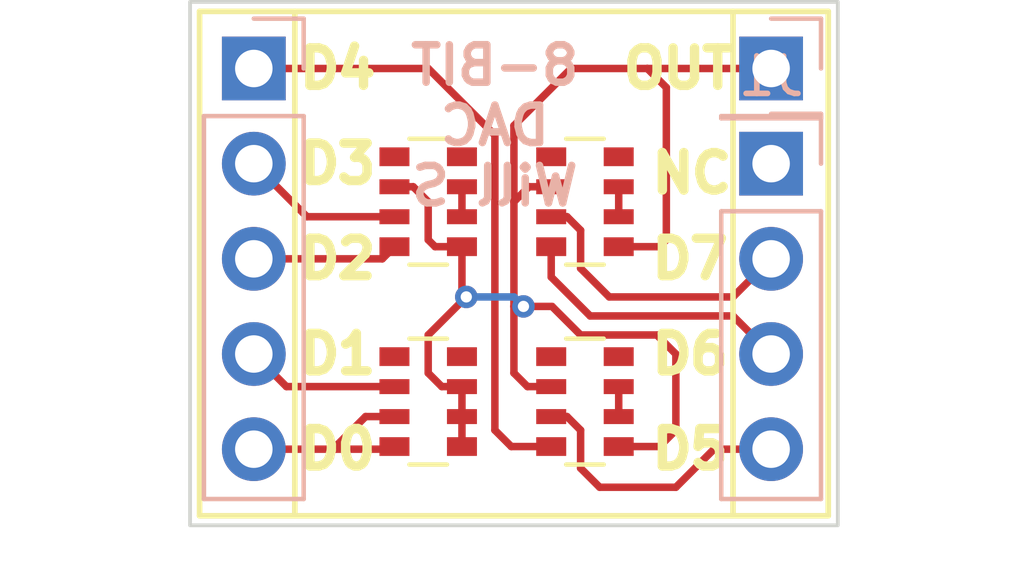
<source format=kicad_pcb>
(kicad_pcb (version 20211014) (generator pcbnew)
  (layers (0 "F.Cu" signal) (31 "B.Cu" signal) (34 "B.Paste" user) (35 "F.Paste" user) (36 "B.SilkS" user "B.Silkscreen") (37 "F.SilkS" user "F.Silkscreen") (38 "B.Mask" user) (39 "F.Mask" user) (44 "Edge.Cuts" user))
  (net 0 "")
  (net 2 "/D7")
  (net 3 "/D6")
  (net 4 "/D5")
  (net 5 "/D4")
  (net 6 "/D3")
  (net 7 "/D2")
  (net 8 "/D1")
  (net 9 "/D0")
  (net 10 "/AN")
  (net 11 "Net-(RN1-Pad2)")
  (net 14 "Net-(RN2-Pad2)")
  (net 17 "Net-(RN3-Pad2)")
  (footprint "Resistor_SMD:R_Array_Convex_4x0603" (layer "F.Cu") (at 137.784 103.886 180)
    (fp_text reference "RN2" hide)
    (fp_text value "8K")
    (fp_line (start 0.5 -1.68) (end -0.5 -1.68) (layer "F.SilkS") (width 0.12))
    (fp_line (start 0.5 1.68) (end -0.5 1.68) (layer "F.SilkS") (width 0.12))
    (pad "1" smd rect (at -0.9 -1.2 180) (size 0.8 0.5) (layers "F.Cu" "F.Paste" "F.Mask") (net 10 "/AN"))
    (pad "2" smd rect (at -0.9 -0.4 180) (size 0.8 0.4) (layers "F.Cu" "F.Paste" "F.Mask") (net 14 "Net-(RN2-Pad2)"))
    (pad "3" smd rect (at -0.9 0.4 180) (size 0.8 0.4) (layers "F.Cu" "F.Paste" "F.Mask") (net 14 "Net-(RN2-Pad2)"))
    (pad "4" smd rect (at -0.9 1.2 180) (size 0.8 0.5) (layers "F.Cu" "F.Paste" "F.Mask"))
    (pad "5" smd rect (at 0.9 1.2 180) (size 0.8 0.5) (layers "F.Cu" "F.Paste" "F.Mask"))
    (pad "6" smd rect (at 0.9 0.4 180) (size 0.8 0.4) (layers "F.Cu" "F.Paste" "F.Mask") (net 10 "/AN"))
    (pad "7" smd rect (at 0.9 -0.4 180) (size 0.8 0.4) (layers "F.Cu" "F.Paste" "F.Mask") (net 4 "/D5"))
    (pad "8" smd rect (at 0.9 -1.2 180) (size 0.8 0.5) (layers "F.Cu" "F.Paste" "F.Mask") (net 5 "/D4"))
  )
  (footprint "Resistor_SMD:R_Array_Convex_4x0603" (layer "F.Cu") (at 133.604 103.886 180)
    (fp_text reference "RN4" hide)
    (fp_text value "1K")
    (fp_line (start 0.5 1.68) (end -0.5 1.68) (layer "F.SilkS") (width 0.12))
    (fp_line (start 0.5 -1.68) (end -0.5 -1.68) (layer "F.SilkS") (width 0.12))
    (pad "1" smd rect (at -0.9 -1.2 180) (size 0.8 0.5) (layers "F.Cu" "F.Paste" "F.Mask") (net 10 "/AN"))
    (pad "2" smd rect (at -0.9 -0.4 180) (size 0.8 0.4) (layers "F.Cu" "F.Paste" "F.Mask") (net 10 "/AN"))
    (pad "3" smd rect (at -0.9 0.4 180) (size 0.8 0.4) (layers "F.Cu" "F.Paste" "F.Mask") (net 10 "/AN"))
    (pad "4" smd rect (at -0.9 1.2 180) (size 0.8 0.5) (layers "F.Cu" "F.Paste" "F.Mask"))
    (pad "5" smd rect (at 0.9 1.2 180) (size 0.8 0.5) (layers "F.Cu" "F.Paste" "F.Mask"))
    (pad "6" smd rect (at 0.9 0.4 180) (size 0.8 0.4) (layers "F.Cu" "F.Paste" "F.Mask") (net 8 "/D1"))
    (pad "7" smd rect (at 0.9 -0.4 180) (size 0.8 0.4) (layers "F.Cu" "F.Paste" "F.Mask") (net 9 "/D0"))
    (pad "8" smd rect (at 0.9 -1.2 180) (size 0.8 0.5) (layers "F.Cu" "F.Paste" "F.Mask") (net 9 "/D0"))
  )
  (footprint "Resistor_SMD:R_Array_Convex_4x0603" (layer "F.Cu") (at 133.604 98.552 180)
    (fp_text reference "RN3" hide)
    (fp_text value "2K")
    (fp_line (start 0.5 1.68) (end -0.5 1.68) (layer "F.SilkS") (width 0.12))
    (fp_line (start 0.5 -1.68) (end -0.5 -1.68) (layer "F.SilkS") (width 0.12))
    (pad "1" smd rect (at -0.9 -1.2 180) (size 0.8 0.5) (layers "F.Cu" "F.Paste" "F.Mask") (net 10 "/AN"))
    (pad "2" smd rect (at -0.9 -0.4 180) (size 0.8 0.4) (layers "F.Cu" "F.Paste" "F.Mask") (net 17 "Net-(RN3-Pad2)"))
    (pad "3" smd rect (at -0.9 0.4 180) (size 0.8 0.4) (layers "F.Cu" "F.Paste" "F.Mask") (net 17 "Net-(RN3-Pad2)"))
    (pad "4" smd rect (at -0.9 1.2 180) (size 0.8 0.5) (layers "F.Cu" "F.Paste" "F.Mask"))
    (pad "5" smd rect (at 0.9 1.2 180) (size 0.8 0.5) (layers "F.Cu" "F.Paste" "F.Mask"))
    (pad "6" smd rect (at 0.9 0.4 180) (size 0.8 0.4) (layers "F.Cu" "F.Paste" "F.Mask") (net 10 "/AN"))
    (pad "7" smd rect (at 0.9 -0.4 180) (size 0.8 0.4) (layers "F.Cu" "F.Paste" "F.Mask") (net 6 "/D3"))
    (pad "8" smd rect (at 0.9 -1.2 180) (size 0.8 0.5) (layers "F.Cu" "F.Paste" "F.Mask") (net 7 "/D2"))
  )
  (footprint "Resistor_SMD:R_Array_Convex_4x0603" (layer "F.Cu") (at 137.784 98.552 180)
    (fp_text reference "RN1" hide)
    (fp_text value "32K")
    (fp_line (start 0.5 -1.68) (end -0.5 -1.68) (layer "F.SilkS") (width 0.12))
    (fp_line (start 0.5 1.68) (end -0.5 1.68) (layer "F.SilkS") (width 0.12))
    (pad "1" smd rect (at -0.9 -1.2 180) (size 0.8 0.5) (layers "F.Cu" "F.Paste" "F.Mask") (net 10 "/AN"))
    (pad "2" smd rect (at -0.9 -0.4 180) (size 0.8 0.4) (layers "F.Cu" "F.Paste" "F.Mask") (net 11 "Net-(RN1-Pad2)"))
    (pad "3" smd rect (at -0.9 0.4 180) (size 0.8 0.4) (layers "F.Cu" "F.Paste" "F.Mask") (net 11 "Net-(RN1-Pad2)"))
    (pad "4" smd rect (at -0.9 1.2 180) (size 0.8 0.5) (layers "F.Cu" "F.Paste" "F.Mask"))
    (pad "5" smd rect (at 0.9 1.2 180) (size 0.8 0.5) (layers "F.Cu" "F.Paste" "F.Mask"))
    (pad "6" smd rect (at 0.9 0.4 180) (size 0.8 0.4) (layers "F.Cu" "F.Paste" "F.Mask") (net 10 "/AN"))
    (pad "7" smd rect (at 0.9 -0.4 180) (size 0.8 0.4) (layers "F.Cu" "F.Paste" "F.Mask") (net 2 "/D7"))
    (pad "8" smd rect (at 0.9 -1.2 180) (size 0.8 0.5) (layers "F.Cu" "F.Paste" "F.Mask") (net 3 "/D6"))
  )
  (footprint "Connector_PinHeader_2.54mm:PinHeader_1x05_P2.54mm_Vertical" (layer "B.Cu") (at 128.954 94.996 180)
    (fp_text reference "J2" hide)
    (fp_text value "Conn_01x05_Male")
    (fp_line (start -1.33 1.33) (end 0 1.33) (layer "B.SilkS") (width 0.12))
    (fp_line (start -1.33 0) (end -1.33 1.33) (layer "B.SilkS") (width 0.12))
    (fp_line (start 1.33 -1.27) (end 1.33 -11.49) (layer "B.SilkS") (width 0.12))
    (fp_line (start -1.33 -11.49) (end 1.33 -11.49) (layer "B.SilkS") (width 0.12))
    (fp_line (start -1.33 -1.27) (end 1.33 -1.27) (layer "B.SilkS") (width 0.12))
    (fp_line (start -1.33 -1.27) (end -1.33 -11.49) (layer "B.SilkS") (width 0.12))
    (pad "1" thru_hole rect (at 0 0 180) (size 1.7 1.7) (drill 1) (layers *.Cu *.Mask) (net 5 "/D4"))
    (pad "2" thru_hole oval (at 0 -2.54 180) (size 1.7 1.7) (drill 1) (layers *.Cu *.Mask) (net 6 "/D3"))
    (pad "3" thru_hole oval (at 0 -5.08 180) (size 1.7 1.7) (drill 1) (layers *.Cu *.Mask) (net 7 "/D2"))
    (pad "4" thru_hole oval (at 0 -7.62 180) (size 1.7 1.7) (drill 1) (layers *.Cu *.Mask) (net 8 "/D1"))
    (pad "5" thru_hole oval (at 0 -10.16 180) (size 1.7 1.7) (drill 1) (layers *.Cu *.Mask) (net 9 "/D0"))
  )
  (footprint "Connector_PinHeader_2.54mm:PinHeader_1x01_P2.54mm_Vertical" (layer "B.Cu") (at 142.748 94.996 180)
    (fp_text reference "J3" hide)
    (fp_text value "Conn_01x01_Male")
    (fp_line (start -1.33 -1.27) (end 1.33 -1.27) (layer "B.SilkS") (width 0.12))
    (fp_line (start -1.33 1.33) (end 0 1.33) (layer "B.SilkS") (width 0.12))
    (fp_line (start 1.33 -1.27) (end 1.33 -1.33) (layer "B.SilkS") (width 0.12))
    (fp_line (start -1.33 0) (end -1.33 1.33) (layer "B.SilkS") (width 0.12))
    (fp_line (start -1.33 -1.33) (end 1.33 -1.33) (layer "B.SilkS") (width 0.12))
    (fp_line (start -1.33 -1.27) (end -1.33 -1.33) (layer "B.SilkS") (width 0.12))
    (pad "1" thru_hole rect (at 0 0 180) (size 1.7 1.7) (drill 1) (layers *.Cu *.Mask) (net 10 "/AN"))
  )
  (footprint "Connector_PinHeader_2.54mm:PinHeader_1x04_P2.54mm_Vertical" (layer "B.Cu") (at 142.748 97.536 180)
    (fp_text reference "J1" (at 0 2.33) (layer "B.SilkS") (effects (justify mirror)))
    (fp_text value "Conn_01x04_Male")
    (fp_line (start -1.33 -1.27) (end 1.33 -1.27) (layer "B.SilkS") (width 0.12))
    (fp_line (start -1.33 -8.95) (end 1.33 -8.95) (layer "B.SilkS") (width 0.12))
    (fp_line (start 1.33 -1.27) (end 1.33 -8.95) (layer "B.SilkS") (width 0.12))
    (fp_line (start -1.33 -1.27) (end -1.33 -8.95) (layer "B.SilkS") (width 0.12))
    (fp_line (start -1.33 1.33) (end 0 1.33) (layer "B.SilkS") (width 0.12))
    (fp_line (start -1.33 0) (end -1.33 1.33) (layer "B.SilkS") (width 0.12))
    (pad "1" thru_hole rect (at 0 0 180) (size 1.7 1.7) (drill 1) (layers *.Cu *.Mask))
    (pad "2" thru_hole oval (at 0 -2.54 180) (size 1.7 1.7) (drill 1) (layers *.Cu *.Mask) (net 2 "/D7"))
    (pad "3" thru_hole oval (at 0 -5.08 180) (size 1.7 1.7) (drill 1) (layers *.Cu *.Mask) (net 3 "/D6"))
    (pad "4" thru_hole oval (at 0 -7.62 180) (size 1.7 1.7) (drill 1) (layers *.Cu *.Mask) (net 4 "/D5"))
  )
  (gr_line (start 130.048 106.934) (end 130.048 93.472) (layer "F.SilkS") (width 0.15))
  (gr_line (start 127.508 93.472) (end 144.272 93.472) (layer "F.SilkS") (width 0.15))
  (gr_line (start 144.272 106.934) (end 127.508 106.934) (layer "F.SilkS") (width 0.15))
  (gr_line (start 127.508 106.934) (end 127.508 93.472) (layer "F.SilkS") (width 0.15))
  (gr_line (start 144.272 93.472) (end 144.272 106.934) (layer "F.SilkS") (width 0.15))
  (gr_line (start 141.732 106.934) (end 141.732 93.472) (layer "F.SilkS") (width 0.15))
  (gr_rect (start 127.254 93.218) (end 144.526 107.188) (layer "Edge.Cuts") (width 0.1) (fill none))
  (gr_text "8-BIT\nDAC\nWill S" (at 135.382 96.52) (layer "B.SilkS") (effects (font (size 1 1) (thickness 0.2)) (justify mirror)))
  (gr_text "D1" (at 130.048 102.616) (layer "F.SilkS") (effects (font (size 1 1) (thickness 0.25)) (justify left)))
  (gr_text "D6" (at 139.446 102.616) (layer "F.SilkS") (effects (font (size 1 1) (thickness 0.25)) (justify left)))
  (gr_text "D7" (at 139.446 100.076) (layer "F.SilkS") (effects (font (size 1 1) (thickness 0.25)) (justify left)))
  (gr_text "D5" (at 139.446 105.156) (layer "F.SilkS") (effects (font (size 1 1) (thickness 0.25)) (justify left)))
  (gr_text "D4" (at 130.048 94.996) (layer "F.SilkS") (effects (font (size 1 1) (thickness 0.25)) (justify left)))
  (gr_text "D0" (at 130.048 105.156) (layer "F.SilkS") (effects (font (size 1 1) (thickness 0.25)) (justify left)))
  (gr_text "D3" (at 130.048 97.536) (layer "F.SilkS") (effects (font (size 1 1) (thickness 0.25)) (justify left)))
  (gr_text "OUT" (at 138.684 94.996) (layer "F.SilkS") (effects (font (size 1 1) (thickness 0.25)) (justify left)))
  (gr_text "D2" (at 130.048 100.076) (layer "F.SilkS") (effects (font (size 1 1) (thickness 0.25)) (justify left)))
  (gr_text "NC" (at 139.446 97.79) (layer "F.SilkS") (effects (font (size 1 1) (thickness 0.25)) (justify left)))
  (segment (start 137.668 99.314) (end 137.306 98.952) (width 0.2) (layer "F.Cu") (net 2))
  (segment (start 142.748 100.076) (end 141.732 101.092) (width 0.2) (layer "F.Cu") (net 2))
  (segment (start 141.732 101.092) (end 138.43 101.092) (width 0.2) (layer "F.Cu") (net 2))
  (segment (start 138.43 101.092) (end 137.668 100.33) (width 0.2) (layer "F.Cu") (net 2))
  (segment (start 137.306 98.952) (end 136.884 98.952) (width 0.2) (layer "F.Cu") (net 2))
  (segment (start 137.668 100.33) (end 137.668 99.314) (width 0.2) (layer "F.Cu") (net 2))
  (segment (start 136.884 99.752) (end 136.884 100.562) (width 0.2) (layer "F.Cu") (net 3))
  (segment (start 141.732 101.6) (end 142.748 102.616) (width 0.2) (layer "F.Cu") (net 3))
  (segment (start 137.922 101.6) (end 141.732 101.6) (width 0.2) (layer "F.Cu") (net 3))
  (segment (start 136.884 100.562) (end 137.922 101.6) (width 0.2) (layer "F.Cu") (net 3))
  (segment (start 140.208 106.172) (end 138.176 106.172) (width 0.2) (layer "F.Cu") (net 4))
  (segment (start 137.668 105.664) (end 137.668 104.648) (width 0.2) (layer "F.Cu") (net 4))
  (segment (start 142.748 105.156) (end 141.224 105.156) (width 0.2) (layer "F.Cu") (net 4))
  (segment (start 138.176 106.172) (end 137.668 105.664) (width 0.2) (layer "F.Cu") (net 4))
  (segment (start 141.224 105.156) (end 140.208 106.172) (width 0.2) (layer "F.Cu") (net 4))
  (segment (start 137.306 104.286) (end 136.884 104.286) (width 0.2) (layer "F.Cu") (net 4))
  (segment (start 137.668 104.648) (end 137.306 104.286) (width 0.2) (layer "F.Cu") (net 4))
  (segment (start 135.382 104.648) (end 135.382 96.774) (width 0.2) (layer "F.Cu") (net 5))
  (segment (start 136.884 105.086) (end 135.82 105.086) (width 0.2) (layer "F.Cu") (net 5))
  (segment (start 135.382 96.774) (end 133.604 94.996) (width 0.2) (layer "F.Cu") (net 5))
  (segment (start 133.604 94.996) (end 128.954 94.996) (width 0.2) (layer "F.Cu") (net 5))
  (segment (start 135.82 105.086) (end 135.382 104.648) (width 0.2) (layer "F.Cu") (net 5))
  (segment (start 130.37 98.952) (end 132.704 98.952) (width 0.2) (layer "F.Cu") (net 6))
  (segment (start 128.954 97.536) (end 130.37 98.952) (width 0.2) (layer "F.Cu") (net 6))
  (segment (start 128.954 100.076) (end 132.38 100.076) (width 0.2) (layer "F.Cu") (net 7))
  (segment (start 132.38 100.076) (end 132.704 99.752) (width 0.2) (layer "F.Cu") (net 7))
  (segment (start 132.45 103.486) (end 129.824 103.486) (width 0.2) (layer "F.Cu") (net 8))
  (segment (start 129.824 103.486) (end 128.954 102.616) (width 0.2) (layer "F.Cu") (net 8))
  (segment (start 128.954 105.156) (end 131.064 105.156) (width 0.2) (layer "F.Cu") (net 9))
  (segment (start 132.634 105.156) (end 132.704 105.086) (width 0.2) (layer "F.Cu") (net 9))
  (segment (start 132.704 104.286) (end 131.934 104.286) (width 0.2) (layer "F.Cu") (net 9))
  (segment (start 131.064 105.156) (end 132.634 105.156) (width 0.2) (layer "F.Cu") (net 9))
  (segment (start 131.934 104.286) (end 131.064 105.156) (width 0.2) (layer "F.Cu") (net 9))
  (segment (start 133.604 99.568) (end 133.604 98.552) (width 0.2) (layer "F.Cu") (net 10))
  (segment (start 137.668 102.108) (end 136.906 101.346) (width 0.2) (layer "F.Cu") (net 10))
  (segment (start 138.684 99.752) (end 139.77 99.752) (width 0.2) (layer "F.Cu") (net 10))
  (segment (start 135.89 101.346) (end 135.89 103.124) (width 0.2) (layer "F.Cu") (net 10))
  (segment (start 135.89 98.552) (end 135.89 96.52) (width 0.2) (layer "F.Cu") (net 10))
  (segment (start 139.77 105.086) (end 140.208 104.648) (width 0.2) (layer "F.Cu") (net 10))
  (segment (start 133.604 102.108) (end 134.62 101.092) (width 0.2) (layer "F.Cu") (net 10))
  (segment (start 134.504 100.976) (end 134.62 101.092) (width 0.2) (layer "F.Cu") (net 10))
  (segment (start 137.414 94.996) (end 139.446 94.996) (width 0.2) (layer "F.Cu") (net 10))
  (segment (start 134.504 103.486) (end 134.504 105.086) (width 0.2) (layer "F.Cu") (net 10))
  (segment (start 136.144 101.346) (end 135.89 101.346) (width 0.2) (layer "F.Cu") (net 10))
  (segment (start 133.204 98.152) (end 132.704 98.152) (width 0.2) (layer "F.Cu") (net 10))
  (segment (start 140.208 102.616) (end 139.7 102.108) (width 0.2) (layer "F.Cu") (net 10))
  (segment (start 133.604 98.552) (end 133.204 98.152) (width 0.2) (layer "F.Cu") (net 10))
  (segment (start 139.954 99.568) (end 139.954 95.504) (width 0.2) (layer "F.Cu") (net 10))
  (segment (start 133.604 103.124) (end 133.604 102.108) (width 0.2) (layer "F.Cu") (net 10))
  (segment (start 136.884 98.152) (end 136.29 98.152) (width 0.2) (layer "F.Cu") (net 10))
  (segment (start 135.89 96.52) (end 137.414 94.996) (width 0.2) (layer "F.Cu") (net 10))
  (segment (start 136.906 101.346) (end 136.144 101.346) (width 0.2) (layer "F.Cu") (net 10))
  (segment (start 134.504 99.752) (end 133.788 99.752) (width 0.2) (layer "F.Cu") (net 10))
  (segment (start 136.252 103.486) (end 136.884 103.486) (width 0.2) (layer "F.Cu") (net 10))
  (segment (start 135.89 98.552) (end 135.89 101.346) (width 0.2) (layer "F.Cu") (net 10))
  (segment (start 139.954 95.504) (end 139.446 94.996) (width 0.2) (layer "F.Cu") (net 10))
  (segment (start 136.29 98.152) (end 135.89 98.552) (width 0.2) (layer "F.Cu") (net 10))
  (segment (start 140.208 104.648) (end 140.208 102.616) (width 0.2) (layer "F.Cu") (net 10))
  (segment (start 138.684 105.086) (end 139.77 105.086) (width 0.2) (layer "F.Cu") (net 10))
  (segment (start 139.446 94.996) (end 142.748 94.996) (width 0.2) (layer "F.Cu") (net 10))
  (segment (start 135.89 103.124) (end 136.252 103.486) (width 0.2) (layer "F.Cu") (net 10))
  (segment (start 134.504 103.486) (end 133.966 103.486) (width 0.2) (layer "F.Cu") (net 10))
  (segment (start 133.966 103.486) (end 133.604 103.124) (width 0.2) (layer "F.Cu") (net 10))
  (segment (start 139.77 99.752) (end 139.954 99.568) (width 0.2) (layer "F.Cu") (net 10))
  (segment (start 139.7 102.108) (end 137.668 102.108) (width 0.2) (layer "F.Cu") (net 10))
  (segment (start 133.788 99.752) (end 133.604 99.568) (width 0.2) (layer "F.Cu") (net 10))
  (segment (start 134.504 99.752) (end 134.504 100.976) (width 0.2) (layer "F.Cu") (net 10))
  (via (at 136.144 101.346) (size 0.6) (drill 0.3) (layers "F.Cu" "B.Cu") (net 10))
  (via (at 134.62 101.092) (size 0.6) (drill 0.3) (layers "F.Cu" "B.Cu") (net 10))
  (segment (start 135.89 101.092) (end 136.144 101.346) (width 0.2) (layer "B.Cu") (net 10))
  (segment (start 134.62 101.092) (end 135.89 101.092) (width 0.2) (layer "B.Cu") (net 10))
  (segment (start 138.684 98.952) (end 138.684 98.152) (width 0.2) (layer "F.Cu") (net 11))
  (segment (start 138.684 104.286) (end 138.684 103.486) (width 0.2) (layer "F.Cu") (net 14))
  (segment (start 134.504 98.152) (end 134.504 98.952) (width 0.2) (layer "F.Cu") (net 17))
)
</source>
